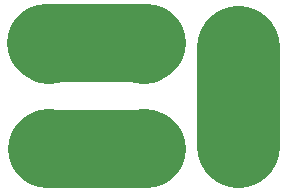
<source format=gbl>
%TF.GenerationSoftware,KiCad,Pcbnew,4.0.5-e0-6337~49~ubuntu16.04.1*%
%TF.CreationDate,2017-03-21T11:24:19-07:00*%
%TF.ProjectId,2x3-Mini-Potentiometer-3361P-SMT,3278332D4D696E692D506F74656E7469,1.0*%
%TF.FileFunction,Copper,L2,Bot,Signal*%
%FSLAX46Y46*%
G04 Gerber Fmt 4.6, Leading zero omitted, Abs format (unit mm)*
G04 Created by KiCad (PCBNEW 4.0.5-e0-6337~49~ubuntu16.04.1) date Tue Mar 21 11:24:19 2017*
%MOMM*%
%LPD*%
G01*
G04 APERTURE LIST*
%ADD10C,0.350000*%
%ADD11C,6.600000*%
%ADD12C,7.000000*%
%ADD13C,6.000000*%
%ADD14C,0.685800*%
%ADD15C,0.350000*%
%ADD16C,0.330200*%
G04 APERTURE END LIST*
D10*
D11*
X12487920Y-39113080D02*
X3987920Y-39113080D01*
D12*
X20187920Y-30413080D02*
X20187920Y-38813080D01*
D11*
X12487920Y-30113080D02*
X3887920Y-30113080D01*
D13*
X12187920Y-38613080D03*
X4187920Y-30613080D03*
X12187920Y-30613080D03*
X4187920Y-38613080D03*
X20187920Y-38613080D03*
X20187920Y-30613080D03*
D14*
X8089920Y-30294580D03*
X8287920Y-38513080D03*
X17087920Y-34613080D03*
D15*
X12187920Y-38613080D03*
X4187920Y-30613080D03*
X12187920Y-30613080D03*
X4187920Y-38613080D03*
X20187920Y-38613080D03*
X20187920Y-30613080D03*
D16*
X8089920Y-30294580D03*
X8287920Y-38513080D03*
X17087920Y-34613080D03*
M02*

</source>
